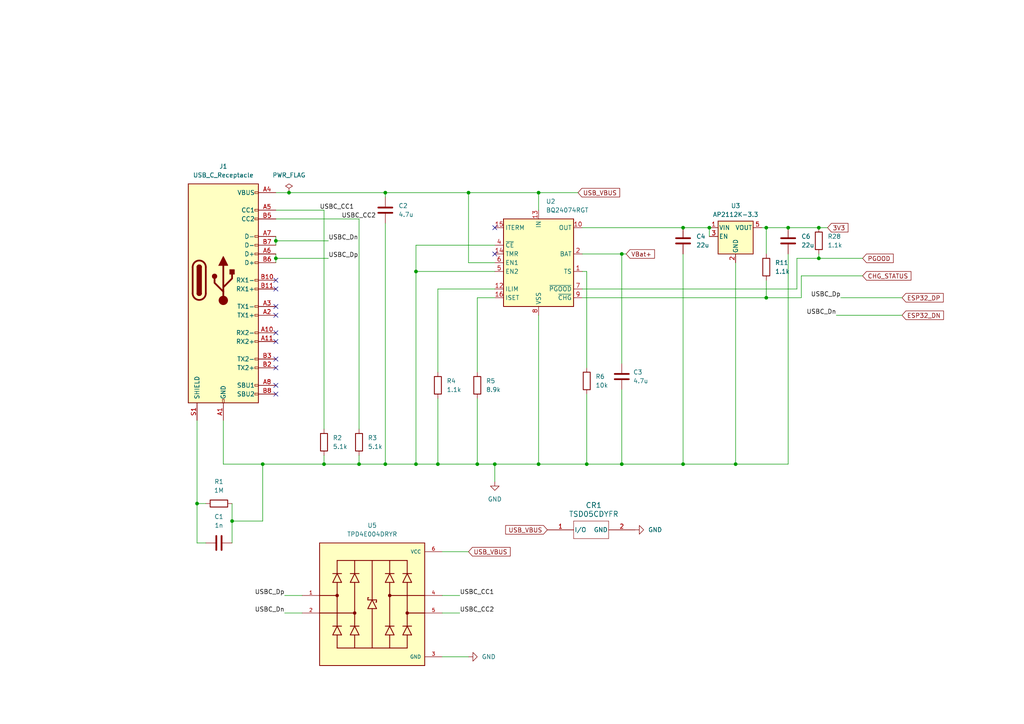
<source format=kicad_sch>
(kicad_sch (version 20250114) (generator "eeschema") (generator_version "9.0")
  (paper "A4")
  (lib_symbols
    (symbol "Battery_Management:BQ24074RGT"
      (property "Reference" "U" (at -8.89 13.97 0))
      (property "Value" "BQ24074RGT" (at 16.51 13.97 0))
      (symbol "BQ24074RGT_0_1"
        (rectangle (start -10.16 12.7) (end 10.16 -12.7) (stroke (width 0.254)) (fill (type background)))
      )
      (symbol "BQ24074RGT_1_1"
        (pin input line (at -12.7 10.16 0) (length 2.54) (name "ITERM") (number "15"))
        (pin input line (at -12.7 5.08 0) (length 2.54) (name "~{CE}") (number "4"))
        (pin input line (at -12.7 2.54 0) (length 2.54) (name "TMR") (number "14"))
        (pin input line (at -12.7 0 0) (length 2.54) (name "EN1") (number "6"))
        (pin input line (at -12.7 -2.54 0) (length 2.54) (name "EN2") (number "5"))
        (pin passive line (at -12.7 -7.62 0) (length 2.54) (name "ILIM") (number "12"))
        (pin passive line (at -12.7 -10.16 0) (length 2.54) (name "ISET") (number "16"))
        (pin power_in line (at 0 15.24 270) (length 2.54) (name "IN") (number "13"))
        (pin passive line (at 0 -15.24 90) (length 2.54) (hide yes) (name "VSS") (number "17"))
        (pin power_in line (at 0 -15.24 90) (length 2.54) (name "VSS") (number "8"))
        (pin power_out line (at 12.7 10.16 180) (length 2.54) (name "OUT") (number "10"))
        (pin passive line (at 12.7 10.16 180) (length 2.54) (hide yes) (name "OUT") (number "11"))
        (pin power_out line (at 12.7 2.54 180) (length 2.54) (name "BAT") (number "2"))
        (pin passive line (at 12.7 2.54 180) (length 2.54) (hide yes) (name "BAT") (number "3"))
        (pin passive line (at 12.7 -2.54 180) (length 2.54) (name "TS") (number "1"))
        (pin open_collector line (at 12.7 -7.62 180) (length 2.54) (name "~{PGOOD}") (number "7"))
        (pin open_collector line (at 12.7 -10.16 180) (length 2.54) (name "~{CHG}") (number "9"))
      )
    )
    (symbol "Connector:USB_C_Receptacle" (pin_names (offset 1.016))
      (property "Reference" "J" (at -10.16 29.21 0))
      (property "Value" "USB_C_Receptacle" (at 10.16 29.21 0))
      (symbol "USB_C_Receptacle_0_0"
        (rectangle (start -0.254 -35.56) (end 0.254 -34.544))
        (rectangle (start 10.16 25.654) (end 9.144 25.146))
        (rectangle (start 10.16 20.574) (end 9.144 20.066))
        (rectangle (start 10.16 18.034) (end 9.144 17.526))
        (rectangle (start 10.16 12.954) (end 9.144 12.446))
        (rectangle (start 10.16 10.414) (end 9.144 9.906))
        (rectangle (start 10.16 7.874) (end 9.144 7.366))
        (rectangle (start 10.16 5.334) (end 9.144 4.826))
        (rectangle (start 10.16 0.254) (end 9.144 -0.254))
        (rectangle (start 10.16 -2.286) (end 9.144 -2.794))
        (rectangle (start 10.16 -7.366) (end 9.144 -7.874))
        (rectangle (start 10.16 -9.906) (end 9.144 -10.414))
        (rectangle (start 10.16 -14.986) (end 9.144 -15.494))
        (rectangle (start 10.16 -17.526) (end 9.144 -18.034))
        (rectangle (start 10.16 -22.606) (end 9.144 -23.114))
        (rectangle (start 10.16 -25.146) (end 9.144 -25.654))
        (rectangle (start 10.16 -30.226) (end 9.144 -30.734))
        (rectangle (start 10.16 -32.766) (end 9.144 -33.274))
      )
      (symbol "USB_C_Receptacle_0_1"
        (rectangle (start -10.16 27.94) (end 10.16 -35.56) (stroke (width 0.254)) (fill (type background)))
        (polyline (pts (xy -8.89 -3.81) (xy -8.89 3.81)) (stroke (width 0.508)))
        (rectangle (start -7.62 -3.81) (end -6.35 3.81) (stroke (width 0.254)) (fill (type outline)))
        (arc (start -7.62 3.81) (mid -6.985 4.4423) (end -6.35 3.81) (stroke (width 0.254)))
        (arc (start -7.62 3.81) (mid -6.985 4.4423) (end -6.35 3.81) (stroke (width 0.254)) (fill (type outline)))
        (arc (start -8.89 3.81) (mid -6.985 5.7067) (end -5.08 3.81) (stroke (width 0.508)))
        (arc (start -5.08 -3.81) (mid -6.985 -5.7067) (end -8.89 -3.81) (stroke (width 0.508)))
        (arc (start -6.35 -3.81) (mid -6.985 -4.4423) (end -7.62 -3.81) (stroke (width 0.254)))
        (arc (start -6.35 -3.81) (mid -6.985 -4.4423) (end -7.62 -3.81) (stroke (width 0.254)) (fill (type outline)))
        (polyline (pts (xy -5.08 3.81) (xy -5.08 -3.81)) (stroke (width 0.508)))
      )
      (symbol "USB_C_Receptacle_1_1"
        (circle (center -2.54 1.143) (radius 0.635) (stroke (width 0.254)) (fill (type outline)))
        (polyline (pts (xy -1.27 4.318) (xy 0 6.858) (xy 1.27 4.318) (xy -1.27 4.318)) (stroke (width 0.254)) (fill (type outline)))
        (polyline (pts (xy 0 -2.032) (xy 2.54 0.508) (xy 2.54 1.778)) (stroke (width 0.508)))
        (polyline (pts (xy 0 -3.302) (xy -2.54 -0.762) (xy -2.54 0.508)) (stroke (width 0.508)))
        (polyline (pts (xy 0 -5.842) (xy 0 4.318)) (stroke (width 0.508)))
        (circle (center 0 -5.842) (radius 1.27) (fill (type outline)))
        (rectangle (start 1.905 1.778) (end 3.175 3.048) (stroke (width 0.254)) (fill (type outline)))
        (pin passive line (at -7.62 -40.64 90) (length 5.08) (name "SHIELD") (number "S1"))
        (pin passive line (at 0 -40.64 90) (length 5.08) (name "GND") (number "A1"))
        (pin passive line (at 0 -40.64 90) (length 5.08) (hide yes) (name "GND") (number "A12"))
        (pin passive line (at 0 -40.64 90) (length 5.08) (hide yes) (name "GND") (number "B1"))
        (pin passive line (at 0 -40.64 90) (length 5.08) (hide yes) (name "GND") (number "B12"))
        (pin passive line (at 15.24 25.4 180) (length 5.08) (name "VBUS") (number "A4"))
        (pin passive line (at 15.24 25.4 180) (length 5.08) (hide yes) (name "VBUS") (number "A9"))
        (pin passive line (at 15.24 25.4 180) (length 5.08) (hide yes) (name "VBUS") (number "B4"))
        (pin passive line (at 15.24 25.4 180) (length 5.08) (hide yes) (name "VBUS") (number "B9"))
        (pin bidirectional line (at 15.24 20.32 180) (length 5.08) (name "CC1") (number "A5"))
        (pin bidirectional line (at 15.24 17.78 180) (length 5.08) (name "CC2") (number "B5"))
        (pin bidirectional line (at 15.24 12.7 180) (length 5.08) (name "D-") (number "A7"))
        (pin bidirectional line (at 15.24 10.16 180) (length 5.08) (name "D-") (number "B7"))
        (pin bidirectional line (at 15.24 7.62 180) (length 5.08) (name "D+") (number "A6"))
        (pin bidirectional line (at 15.24 5.08 180) (length 5.08) (name "D+") (number "B6"))
        (pin bidirectional line (at 15.24 0 180) (length 5.08) (name "RX1-") (number "B10"))
        (pin bidirectional line (at 15.24 -2.54 180) (length 5.08) (name "RX1+") (number "B11"))
        (pin bidirectional line (at 15.24 -7.62 180) (length 5.08) (name "TX1-") (number "A3"))
        (pin bidirectional line (at 15.24 -10.16 180) (length 5.08) (name "TX1+") (number "A2"))
        (pin bidirectional line (at 15.24 -15.24 180) (length 5.08) (name "RX2-") (number "A10"))
        (pin bidirectional line (at 15.24 -17.78 180) (length 5.08) (name "RX2+") (number "A11"))
        (pin bidirectional line (at 15.24 -22.86 180) (length 5.08) (name "TX2-") (number "B3"))
        (pin bidirectional line (at 15.24 -25.4 180) (length 5.08) (name "TX2+") (number "B2"))
        (pin bidirectional line (at 15.24 -30.48 180) (length 5.08) (name "SBU1") (number "A8"))
        (pin bidirectional line (at 15.24 -33.02 180) (length 5.08) (name "SBU2") (number "B8"))
      )
    )
    (symbol "Device:C" (pin_numbers (hide yes)) (pin_names (offset 0.254))
      (property "Reference" "C" (at 0.635 2.54 0))
      (property "Value" "C" (at 0.635 -2.54 0))
      (symbol "C_0_1"
        (polyline (pts (xy -2.032 0.762) (xy 2.032 0.762)) (stroke (width 0.508)))
        (polyline (pts (xy -2.032 -0.762) (xy 2.032 -0.762)) (stroke (width 0.508)))
      )
      (symbol "C_1_1"
        (pin passive line (at 0 3.81 270) (length 2.794) (name "~") (number "1"))
        (pin passive line (at 0 -3.81 90) (length 2.794) (name "~") (number "2"))
      )
    )
    (symbol "Device:R" (pin_numbers (hide yes)) (pin_names (offset 0))
      (property "Reference" "R" (at 2.032 0 90))
      (property "Value" "R" (at 0 0 90))
      (symbol "R_0_1"
        (rectangle (start -1.016 -2.54) (end 1.016 2.54) (stroke (width 0.254)))
      )
      (symbol "R_1_1"
        (pin passive line (at 0 3.81 270) (length 1.27) (name "~") (number "1"))
        (pin passive line (at 0 -3.81 90) (length 1.27) (name "~") (number "2"))
      )
    )
    (symbol "Regulator_Linear:AP2112K-3.3" (pin_names (offset 0.254))
      (property "Reference" "U" (at -5.08 5.715 0))
      (property "Value" "AP2112K-3.3" (at 0 5.715 0))
      (symbol "AP2112K-3.3_0_1"
        (rectangle (start -5.08 4.445) (end 5.08 -5.08) (stroke (width 0.254)) (fill (type background)))
      )
      (symbol "AP2112K-3.3_1_1"
        (pin power_in line (at -7.62 2.54 0) (length 2.54) (name "VIN") (number "1"))
        (pin input line (at -7.62 0 0) (length 2.54) (name "EN") (number "3"))
        (pin power_in line (at 0 -7.62 90) (length 2.54) (name "GND") (number "2"))
        (pin no_connect line (at 5.08 0 180) (length 2.54) (hide yes) (name "NC") (number "4"))
        (pin power_out line (at 7.62 2.54 180) (length 2.54) (name "VOUT") (number "5"))
      )
    )
    (symbol "TPD4E004DRYR:TPD4E004DRYR" (pin_names (offset 1.016))
      (property "Reference" "U" (at -15.24 18.78 0))
      (property "Value" "TPD4E004DRYR" (at -15.24 -21.78 0))
      (symbol "TPD4E004DRYR_0_0"
        (rectangle (start -15.24 -17.78) (end 15.24 17.78) (stroke (width 0.254)) (fill (type background)))
        (polyline (pts (xy -11.43 8.89) (xy -10.16 8.89)) (stroke (width 0.254)))
        (polyline (pts (xy -11.43 6.35) (xy -10.16 6.35)) (stroke (width 0.254)))
        (polyline (pts (xy -11.43 -6.35) (xy -10.16 -6.35)) (stroke (width 0.254)))
        (polyline (pts (xy -11.43 -8.89) (xy -10.16 -8.89)) (stroke (width 0.254)))
        (polyline (pts (xy -10.16 12.7) (xy -5.08 12.7)) (stroke (width 0.254)))
        (polyline (pts (xy -10.16 8.89) (xy -11.43 6.35)) (stroke (width 0.254)))
        (polyline (pts (xy -10.16 8.89) (xy -10.16 12.7)) (stroke (width 0.254)))
        (polyline (pts (xy -10.16 8.89) (xy -8.89 8.89)) (stroke (width 0.254)))
        (polyline (pts (xy -10.16 6.35) (xy -10.16 2.54)) (stroke (width 0.254)))
        (polyline (pts (xy -10.16 6.35) (xy -8.89 6.35)) (stroke (width 0.254)))
        (circle (center -10.16 2.54) (radius 0.25) (stroke (width 0.5)))
        (polyline (pts (xy -10.16 2.54) (xy -15.24 2.54)) (stroke (width 0.254)))
        (polyline (pts (xy -10.16 2.54) (xy -10.16 -6.35)) (stroke (width 0.254)))
        (polyline (pts (xy -10.16 -6.35) (xy -11.43 -8.89)) (stroke (width 0.254)))
        (polyline (pts (xy -10.16 -6.35) (xy -8.89 -6.35)) (stroke (width 0.254)))
        (polyline (pts (xy -10.16 -8.89) (xy -10.16 -12.7)) (stroke (width 0.254)))
        (polyline (pts (xy -10.16 -8.89) (xy -8.89 -8.89)) (stroke (width 0.254)))
        (polyline (pts (xy -10.16 -12.7) (xy -5.08 -12.7)) (stroke (width 0.254)))
        (polyline (pts (xy -8.89 6.35) (xy -10.16 8.89)) (stroke (width 0.254)))
        (polyline (pts (xy -8.89 -8.89) (xy -10.16 -6.35)) (stroke (width 0.254)))
        (polyline (pts (xy -6.35 8.89) (xy -5.08 8.89)) (stroke (width 0.254)))
        (polyline (pts (xy -6.35 6.35) (xy -5.08 6.35)) (stroke (width 0.254)))
        (polyline (pts (xy -6.35 -6.35) (xy -5.08 -6.35)) (stroke (width 0.254)))
        (polyline (pts (xy -6.35 -8.89) (xy -5.08 -8.89)) (stroke (width 0.254)))
        (polyline (pts (xy -5.08 12.7) (xy -5.08 8.89)) (stroke (width 0.254)))
        (polyline (pts (xy -5.08 12.7) (xy 0 12.7)) (stroke (width 0.254)))
        (polyline (pts (xy -5.08 8.89) (xy -6.35 6.35)) (stroke (width 0.254)))
        (polyline (pts (xy -5.08 8.89) (xy -3.81 8.89)) (stroke (width 0.254)))
        (polyline (pts (xy -5.08 6.35) (xy -5.08 -2.54)) (stroke (width 0.254)))
        (polyline (pts (xy -5.08 6.35) (xy -3.81 6.35)) (stroke (width 0.254)))
        (circle (center -5.08 -2.54) (radius 0.25) (stroke (width 0.5)))
        (polyline (pts (xy -5.08 -2.54) (xy -15.24 -2.54)) (stroke (width 0.254)))
        (polyline (pts (xy -5.08 -2.54) (xy -5.08 -6.35)) (stroke (width 0.254)))
        (polyline (pts (xy -5.08 -6.35) (xy -6.35 -8.89)) (stroke (width 0.254)))
        (polyline (pts (xy -5.08 -6.35) (xy -3.81 -6.35)) (stroke (width 0.254)))
        (polyline (pts (xy -5.08 -8.89) (xy -5.08 -12.7)) (stroke (width 0.254)))
        (polyline (pts (xy -5.08 -8.89) (xy -3.81 -8.89)) (stroke (width 0.254)))
        (polyline (pts (xy -5.08 -12.7) (xy 0 -12.7)) (stroke (width 0.254)))
        (polyline (pts (xy -3.81 6.35) (xy -5.08 8.89)) (stroke (width 0.254)))
        (polyline (pts (xy -3.81 -8.89) (xy -5.08 -6.35)) (stroke (width 0.254)))
        (polyline (pts (xy -1.27 1.905) (xy -1.27 1.27)) (stroke (width 0.254)))
        (polyline (pts (xy -1.27 1.905) (xy -1.016 1.905)) (stroke (width 0.254)))
        (polyline (pts (xy -1.27 1.27) (xy 0 1.27)) (stroke (width 0.254)))
        (polyline (pts (xy -1.27 -1.27) (xy 0 -1.27)) (stroke (width 0.254)))
        (polyline (pts (xy 0 12.7) (xy 0 1.27)) (stroke (width 0.254)))
        (polyline (pts (xy 0 12.7) (xy 5.08 12.7)) (stroke (width 0.254)))
        (polyline (pts (xy 0 1.27) (xy -1.27 -1.27)) (stroke (width 0.254)))
        (polyline (pts (xy 0 1.27) (xy 1.27 1.27)) (stroke (width 0.254)))
        (polyline (pts (xy 0 -1.27) (xy 0 -12.7)) (stroke (width 0.254)))
        (polyline (pts (xy 0 -1.27) (xy 1.27 -1.27)) (stroke (width 0.254)))
        (polyline (pts (xy 0 -12.7) (xy 5.08 -12.7)) (stroke (width 0.254)))
        (polyline (pts (xy 1.016 0.635) (xy 1.27 0.635)) (stroke (width 0.254)))
        (polyline (pts (xy 1.27 1.27) (xy 1.27 0.635)) (stroke (width 0.254)))
        (polyline (pts (xy 1.27 -1.27) (xy 0 1.27)) (stroke (width 0.254)))
        (polyline (pts (xy 3.81 8.89) (xy 5.08 8.89)) (stroke (width 0.254)))
        (polyline (pts (xy 3.81 6.35) (xy 5.08 6.35)) (stroke (width 0.254)))
        (polyline (pts (xy 3.81 -6.35) (xy 5.08 -6.35)) (stroke (width 0.254)))
        (polyline (pts (xy 3.81 -8.89) (xy 5.08 -8.89)) (stroke (width 0.254)))
        (polyline (pts (xy 5.08 12.7) (xy 10.16 12.7)) (stroke (width 0.254)))
        (polyline (pts (xy 5.08 8.89) (xy 3.81 6.35)) (stroke (width 0.254)))
        (polyline (pts (xy 5.08 8.89) (xy 5.08 12.7)) (stroke (width 0.254)))
        (polyline (pts (xy 5.08 8.89) (xy 6.35 8.89)) (stroke (width 0.254)))
        (polyline (pts (xy 5.08 6.35) (xy 5.08 2.54)) (stroke (width 0.254)))
        (polyline (pts (xy 5.08 6.35) (xy 6.35 6.35)) (stroke (width 0.254)))
        (polyline (pts (xy 5.08 2.54) (xy 5.08 -6.35)) (stroke (width 0.254)))
        (polyline (pts (xy 5.08 2.54) (xy 15.24 2.54)) (stroke (width 0.254)))
        (circle (center 5.08 2.54) (radius 0.25) (stroke (width 0.5)))
        (polyline (pts (xy 5.08 -6.35) (xy 3.81 -8.89)) (stroke (width 0.254)))
        (polyline (pts (xy 5.08 -6.35) (xy 6.35 -6.35)) (stroke (width 0.254)))
        (polyline (pts (xy 5.08 -8.89) (xy 5.08 -12.7)) (stroke (width 0.254)))
        (polyline (pts (xy 5.08 -8.89) (xy 6.35 -8.89)) (stroke (width 0.254)))
        (polyline (pts (xy 5.08 -12.7) (xy 10.16 -12.7)) (stroke (width 0.254)))
        (polyline (pts (xy 6.35 6.35) (xy 5.08 8.89)) (stroke (width 0.254)))
        (polyline (pts (xy 6.35 -8.89) (xy 5.08 -6.35)) (stroke (width 0.254)))
        (polyline (pts (xy 8.89 8.89) (xy 10.16 8.89)) (stroke (width 0.254)))
        (polyline (pts (xy 8.89 6.35) (xy 10.16 6.35)) (stroke (width 0.254)))
        (polyline (pts (xy 8.89 -6.35) (xy 10.16 -6.35)) (stroke (width 0.254)))
        (polyline (pts (xy 8.89 -8.89) (xy 10.16 -8.89)) (stroke (width 0.254)))
        (polyline (pts (xy 10.16 12.7) (xy 10.16 8.89)) (stroke (width 0.254)))
        (polyline (pts (xy 10.16 8.89) (xy 8.89 6.35)) (stroke (width 0.254)))
        (polyline (pts (xy 10.16 8.89) (xy 11.43 8.89)) (stroke (width 0.254)))
        (polyline (pts (xy 10.16 6.35) (xy 10.16 -2.54)) (stroke (width 0.254)))
        (polyline (pts (xy 10.16 6.35) (xy 11.43 6.35)) (stroke (width 0.254)))
        (polyline (pts (xy 10.16 -2.54) (xy 10.16 -6.35)) (stroke (width 0.254)))
        (polyline (pts (xy 10.16 -2.54) (xy 15.24 -2.54)) (stroke (width 0.254)))
        (circle (center 10.16 -2.54) (radius 0.25) (stroke (width 0.5)))
        (polyline (pts (xy 10.16 -6.35) (xy 8.89 -8.89)) (stroke (width 0.254)))
        (polyline (pts (xy 10.16 -6.35) (xy 11.43 -6.35)) (stroke (width 0.254)))
        (polyline (pts (xy 10.16 -8.89) (xy 11.43 -8.89)) (stroke (width 0.254)))
        (polyline (pts (xy 10.16 -12.7) (xy 10.16 -8.89)) (stroke (width 0.254)))
        (polyline (pts (xy 11.43 6.35) (xy 10.16 8.89)) (stroke (width 0.254)))
        (polyline (pts (xy 11.43 -8.89) (xy 10.16 -6.35)) (stroke (width 0.254)))
        (pin bidirectional line (at -20.32 2.54 0) (length 5.08) (name "~") (number "1"))
        (pin bidirectional line (at -20.32 -2.54 0) (length 5.08) (name "~") (number "2"))
        (pin power_in line (at 20.32 15.24 180) (length 5.08) (name "VCC") (number "6"))
        (pin bidirectional line (at 20.32 2.54 180) (length 5.08) (name "~") (number "4"))
        (pin bidirectional line (at 20.32 -2.54 180) (length 5.08) (name "~") (number "5"))
        (pin power_in line (at 20.32 -15.24 180) (length 5.08) (name "GND") (number "3"))
      )
    )
    (symbol "TSD05CDYFR:TSD05CDYFR" (pin_names (offset 0.254))
      (property "Reference" "CR1" (at 13.462 9.652 0))
      (property "Value" "TSD05CDYFR" (at 13.462 7.112 0))
      (symbol "TSD05CDYFR_0_1"
        (polyline (pts (xy 7.62 5.08) (xy 7.62 0)) (stroke (width 0.127)))
        (polyline (pts (xy 7.62 0) (xy 17.78 0)) (stroke (width 0.127)))
        (polyline (pts (xy 17.78 5.08) (xy 7.62 5.08)) (stroke (width 0.127)))
        (polyline (pts (xy 17.78 0) (xy 17.78 5.08)) (stroke (width 0.127)))
        (pin unspecified line (at 0 2.54 0) (length 7.62) (name "I/O") (number "1"))
        (pin unspecified line (at 25.4 2.54 180) (length 7.62) (name "GND") (number "2"))
      )
    )
    (symbol "power:GND" (power) (pin_numbers (hide yes)) (pin_names (offset 0) (hide yes))
      (property "Value" "GND" (at 0 -3.81 0))
      (symbol "GND_0_1"
        (polyline (pts (xy 0 0) (xy 0 -1.27) (xy 1.27 -1.27) (xy 0 -2.54) (xy -1.27 -1.27) (xy 0 -1.27)))
      )
      (symbol "GND_1_1"
        (pin power_in line (at 0 0 270) (length 0) (name "~") (number "1"))
      )
    )
    (symbol "power:PWR_FLAG" (power) (pin_numbers (hide yes)) (pin_names (offset 0) (hide yes))
      (property "Value" "PWR_FLAG" (at 0 3.81 0))
      (symbol "PWR_FLAG_0_0"
        (pin power_out line (at 0 0 90) (length 0) (name "~") (number "1"))
      )
      (symbol "PWR_FLAG_0_1"
        (polyline (pts (xy 0 0) (xy 0 1.27) (xy -1.016 1.905) (xy 0 2.54) (xy 1.016 1.905) (xy 0 1.27)))
      )
    )
  )
  (junction (at 135.89 55.88))
  (junction (at 213.36 134.62))
  (junction (at 80.01 74.93))
  (junction (at 222.25 66.04))
  (junction (at 83.82 55.88))
  (junction (at 127 134.62))
  (junction (at 205.74 66.04))
  (junction (at 111.76 134.62))
  (junction (at 120.65 78.74))
  (junction (at 198.12 66.04))
  (junction (at 143.51 134.62))
  (junction (at 57.15 146.05))
  (junction (at 156.21 134.62))
  (junction (at 237.49 66.04))
  (junction (at 228.6 66.04))
  (junction (at 93.98 134.62))
  (junction (at 222.25 86.36))
  (junction (at 198.12 134.62))
  (junction (at 67.31 151.13))
  (junction (at 237.49 74.93))
  (junction (at 180.34 73.66))
  (junction (at 80.01 69.85))
  (junction (at 180.34 134.62))
  (junction (at 120.65 134.62))
  (junction (at 76.2 134.62))
  (junction (at 111.76 55.88))
  (junction (at 138.43 134.62))
  (junction (at 104.14 134.62))
  (junction (at 170.18 134.62))
  (junction (at 156.21 55.88))
  (no_connect (at 80.01 83.82))
  (no_connect (at 80.01 111.76))
  (no_connect (at 143.51 73.66))
  (no_connect (at 80.01 88.9))
  (no_connect (at 80.01 96.52))
  (no_connect (at 80.01 114.3))
  (no_connect (at 143.51 66.04))
  (no_connect (at 80.01 99.06))
  (no_connect (at 80.01 81.28))
  (no_connect (at 80.01 104.14))
  (no_connect (at 80.01 106.68))
  (no_connect (at 80.01 91.44))
  (wire (pts (xy 82.55 172.72) (xy 87.63 172.72)))
  (wire (pts (xy 138.43 134.62) (xy 143.51 134.62)))
  (wire (pts (xy 120.65 71.12) (xy 120.65 78.74)))
  (wire (pts (xy 57.15 121.92) (xy 57.15 146.05)))
  (wire (pts (xy 232.41 80.01) (xy 232.41 86.36)))
  (wire (pts (xy 220.98 66.04) (xy 222.25 66.04)))
  (wire (pts (xy 128.27 177.8) (xy 133.35 177.8)))
  (wire (pts (xy 120.65 78.74) (xy 120.65 134.62)))
  (wire (pts (xy 240.03 66.04) (xy 237.49 66.04)))
  (wire (pts (xy 242.57 91.44) (xy 261.62 91.44)))
  (wire (pts (xy 80.01 69.85) (xy 95.25 69.85)))
  (wire (pts (xy 128.27 160.02) (xy 135.89 160.02)))
  (wire (pts (xy 67.31 146.05) (xy 67.31 151.13)))
  (wire (pts (xy 222.25 66.04) (xy 222.25 73.66)))
  (wire (pts (xy 120.65 78.74) (xy 143.51 78.74)))
  (wire (pts (xy 67.31 151.13) (xy 76.2 151.13)))
  (wire (pts (xy 111.76 134.62) (xy 120.65 134.62)))
  (wire (pts (xy 104.14 134.62) (xy 111.76 134.62)))
  (wire (pts (xy 156.21 134.62) (xy 143.51 134.62)))
  (wire (pts (xy 205.74 66.04) (xy 205.74 68.58)))
  (wire (pts (xy 156.21 134.62) (xy 170.18 134.62)))
  (wire (pts (xy 198.12 73.66) (xy 198.12 134.62)))
  (wire (pts (xy 76.2 151.13) (xy 76.2 134.62)))
  (wire (pts (xy 143.51 71.12) (xy 120.65 71.12)))
  (wire (pts (xy 180.34 113.03) (xy 180.34 134.62)))
  (wire (pts (xy 127 115.57) (xy 127 134.62)))
  (wire (pts (xy 180.34 134.62) (xy 198.12 134.62)))
  (wire (pts (xy 104.14 132.08) (xy 104.14 134.62)))
  (wire (pts (xy 213.36 76.2) (xy 213.36 134.62)))
  (wire (pts (xy 168.91 78.74) (xy 170.18 78.74)))
  (wire (pts (xy 111.76 55.88) (xy 111.76 57.15)))
  (wire (pts (xy 198.12 66.04) (xy 205.74 66.04)))
  (wire (pts (xy 143.51 139.7) (xy 143.51 134.62)))
  (wire (pts (xy 83.82 55.88) (xy 111.76 55.88)))
  (wire (pts (xy 64.77 121.92) (xy 64.77 134.62)))
  (wire (pts (xy 237.49 73.66) (xy 237.49 74.93)))
  (wire (pts (xy 213.36 134.62) (xy 198.12 134.62)))
  (wire (pts (xy 168.91 73.66) (xy 180.34 73.66)))
  (wire (pts (xy 143.51 83.82) (xy 127 83.82)))
  (wire (pts (xy 243.84 86.36) (xy 261.62 86.36)))
  (wire (pts (xy 228.6 73.66) (xy 228.6 134.62)))
  (wire (pts (xy 135.89 55.88) (xy 156.21 55.88)))
  (wire (pts (xy 170.18 78.74) (xy 170.18 106.68)))
  (wire (pts (xy 104.14 124.46) (xy 104.14 63.5)))
  (wire (pts (xy 80.01 60.96) (xy 93.98 60.96)))
  (wire (pts (xy 180.34 73.66) (xy 180.34 105.41)))
  (wire (pts (xy 64.77 134.62) (xy 76.2 134.62)))
  (wire (pts (xy 143.51 86.36) (xy 138.43 86.36)))
  (wire (pts (xy 80.01 74.93) (xy 80.01 76.2)))
  (wire (pts (xy 57.15 146.05) (xy 59.69 146.05)))
  (wire (pts (xy 156.21 60.96) (xy 156.21 55.88)))
  (wire (pts (xy 93.98 60.96) (xy 93.98 124.46)))
  (wire (pts (xy 250.19 74.93) (xy 237.49 74.93)))
  (wire (pts (xy 80.01 74.93) (xy 95.25 74.93)))
  (wire (pts (xy 170.18 114.3) (xy 170.18 134.62)))
  (wire (pts (xy 222.25 66.04) (xy 228.6 66.04)))
  (wire (pts (xy 156.21 55.88) (xy 167.64 55.88)))
  (wire (pts (xy 93.98 134.62) (xy 104.14 134.62)))
  (wire (pts (xy 135.89 76.2) (xy 135.89 55.88)))
  (wire (pts (xy 80.01 73.66) (xy 80.01 74.93)))
  (wire (pts (xy 80.01 69.85) (xy 80.01 71.12)))
  (wire (pts (xy 57.15 157.48) (xy 59.69 157.48)))
  (wire (pts (xy 213.36 134.62) (xy 228.6 134.62)))
  (wire (pts (xy 76.2 134.62) (xy 93.98 134.62)))
  (wire (pts (xy 232.41 86.36) (xy 222.25 86.36)))
  (wire (pts (xy 67.31 151.13) (xy 67.31 157.48)))
  (wire (pts (xy 57.15 146.05) (xy 57.15 157.48)))
  (wire (pts (xy 80.01 55.88) (xy 83.82 55.88)))
  (wire (pts (xy 168.91 66.04) (xy 198.12 66.04)))
  (wire (pts (xy 180.34 73.66) (xy 181.61 73.66)))
  (wire (pts (xy 127 83.82) (xy 127 107.95)))
  (wire (pts (xy 143.51 76.2) (xy 135.89 76.2)))
  (wire (pts (xy 180.34 134.62) (xy 170.18 134.62)))
  (wire (pts (xy 250.19 80.01) (xy 232.41 80.01)))
  (wire (pts (xy 128.27 190.5) (xy 135.89 190.5)))
  (wire (pts (xy 138.43 86.36) (xy 138.43 107.95)))
  (wire (pts (xy 156.21 91.44) (xy 156.21 134.62)))
  (wire (pts (xy 111.76 64.77) (xy 111.76 134.62)))
  (wire (pts (xy 80.01 63.5) (xy 104.14 63.5)))
  (wire (pts (xy 168.91 86.36) (xy 222.25 86.36)))
  (wire (pts (xy 231.14 83.82) (xy 168.91 83.82)))
  (wire (pts (xy 111.76 55.88) (xy 135.89 55.88)))
  (wire (pts (xy 82.55 177.8) (xy 87.63 177.8)))
  (wire (pts (xy 231.14 74.93) (xy 231.14 83.82)))
  (wire (pts (xy 237.49 74.93) (xy 231.14 74.93)))
  (wire (pts (xy 222.25 81.28) (xy 222.25 86.36)))
  (wire (pts (xy 237.49 66.04) (xy 228.6 66.04)))
  (wire (pts (xy 80.01 68.58) (xy 80.01 69.85)))
  (wire (pts (xy 138.43 115.57) (xy 138.43 134.62)))
  (wire (pts (xy 128.27 172.72) (xy 133.35 172.72)))
  (wire (pts (xy 120.65 134.62) (xy 127 134.62)))
  (wire (pts (xy 127 134.62) (xy 138.43 134.62)))
  (wire (pts (xy 93.98 132.08) (xy 93.98 134.62)))
  (label "USBC_Dn" (at 82.55 177.8 180))
  (label "USBC_CC2" (at 99.06 63.5 0))
  (label "USBC_Dp" (at 82.55 172.72 180))
  (label "USBC_Dp" (at 243.84 86.36 180))
  (label "USBC_CC1" (at 92.71 60.96 0))
  (label "USBC_CC1" (at 133.35 172.72 0))
  (label "USBC_Dp" (at 95.25 74.93 0))
  (label "USBC_Dn" (at 95.25 69.85 0))
  (label "USBC_CC2" (at 133.35 177.8 0))
  (label "USBC_Dn" (at 242.57 91.44 180))
  (global_label "ESP32_DP" (shape input) (at 261.62 86.36 0) (property "Intersheetrefs" "${INTERSHEET_REFS}" (effects (hide yes))))
  (global_label "PGOOD" (shape input) (at 250.19 74.93 0) (property "Intersheetrefs" "${INTERSHEET_REFS}" (effects (hide yes))))
  (global_label "ESP32_DN" (shape input) (at 261.62 91.44 0) (property "Intersheetrefs" "${INTERSHEET_REFS}" (effects (hide yes))))
  (global_label "USB_VBUS" (shape input) (at 167.64 55.88 0) (property "Intersheetrefs" "${INTERSHEET_REFS}" (effects (hide yes))))
  (global_label "USB_VBUS" (shape input) (at 135.89 160.02 0) (property "Intersheetrefs" "${INTERSHEET_REFS}" (effects (hide yes))))
  (global_label "VBat+" (shape input) (at 181.61 73.66 0) (property "Intersheetrefs" "${INTERSHEET_REFS}" (effects (hide yes))))
  (global_label "3V3" (shape input) (at 240.03 66.04 0) (property "Intersheetrefs" "${INTERSHEET_REFS}" (effects (hide yes))))
  (global_label "CHG_STATUS" (shape input) (at 250.19 80.01 0) (property "Intersheetrefs" "${INTERSHEET_REFS}" (effects (hide yes))))
  (global_label "USB_VBUS" (shape input) (at 158.75 153.67 180) (property "Intersheetrefs" "${INTERSHEET_REFS}" (effects (hide yes))))
  (symbol (lib_id "Device:R") (at 93.98 128.27 0) (unit 1)
    (property "Reference" "R2" (at 96.52 126.9999 0) (effects (justify left)))
    (property "Value" "5.1k" (at 96.52 129.5399 0) (effects (justify left)))
    (property "Footprint" "Resistor_SMD:R_0805_2012Metric_Pad1.20x1.40mm_HandSolder" (effects (hide yes)))
    (property "Description" "Resistor" (effects (hide yes)))
  )
  (symbol (lib_id "Device:C") (at 180.34 109.22 0) (unit 1)
    (property "Reference" "C3" (at 183.642 107.95 0) (effects (justify left)))
    (property "Value" "4.7u" (at 183.642 110.49 0) (effects (justify left)))
    (property "Footprint" "Capacitor_SMD:C_0805_2012Metric_Pad1.18x1.45mm_HandSolder" (effects (hide yes)))
    (property "Description" "Unpolarized capacitor" (effects (hide yes)))
  )
  (symbol (lib_id "Device:C") (at 111.76 60.96 0) (unit 1)
    (property "Reference" "C2" (at 115.57 59.6899 0) (effects (justify left)))
    (property "Value" "4.7u" (at 115.57 62.2299 0) (effects (justify left)))
    (property "Footprint" "Capacitor_SMD:C_0805_2012Metric_Pad1.18x1.45mm_HandSolder" (effects (hide yes)))
    (property "Description" "Unpolarized capacitor" (effects (hide yes)))
  )
  (symbol (lib_id "Battery_Management:BQ24074RGT") (at 156.21 76.2 0) (unit 1)
    (property "Reference" "U2" (at 158.3533 58.42 0) (effects (justify left)))
    (property "Value" "BQ24074RGT" (at 158.3533 60.96 0) (effects (justify left)))
    (property "Footprint" "Package_DFN_QFN:VQFN-16-1EP_3x3mm_P0.5mm_EP1.6x1.6mm" (effects (hide yes)))
    (property "Datasheet" "http://www.ti.com/lit/ds/symlink/bq24074.pdf" (effects (hide yes)))
    (property "Description" "USB-Friendly Li-Ion Battery Charger and Power-Path Management, VQFN-16" (effects (hide yes)))
  )
  (symbol (lib_id "Device:R") (at 138.43 111.76 0) (unit 1)
    (property "Reference" "R5" (at 140.97 110.4899 0) (effects (justify left)))
    (property "Value" "8.9k" (at 140.97 113.0299 0) (effects (justify left)))
    (property "Footprint" "Resistor_SMD:R_0805_2012Metric_Pad1.20x1.40mm_HandSolder" (effects (hide yes)))
    (property "Description" "Resistor" (effects (hide yes)))
  )
  (symbol (lib_id "Connector:USB_C_Receptacle") (at 64.77 81.28 0) (unit 1)
    (property "Reference" "J1" (at 64.77 48.26 0))
    (property "Value" "USB_C_Receptacle" (at 64.77 50.8 0))
    (property "Footprint" "Connector_USB:USB_C_Receptacle_Amphenol_12401610E4-2A" (effects (hide yes)))
    (property "Datasheet" "https://www.usb.org/sites/default/files/documents/usb_type-c.zip" (effects (hide yes)))
    (property "Description" "USB Full-Featured Type-C Receptacle connector" (effects (hide yes)))
  )
  (symbol (lib_id "TPD4E004DRYR:TPD4E004DRYR") (at 107.95 175.26 0) (unit 1)
    (property "Reference" "U5" (at 107.95 152.4 0))
    (property "Value" "TPD4E004DRYR" (at 107.95 154.94 0))
    (property "Footprint" "TPD4E004DRYR:PSON50P145X100X60-6N" (effects (hide yes)))
    (property "PARTREV" "C" (effects (hide yes)))
    (property "STANDARD" "IPC 7351B" (effects (hide yes)))
    (property "MAXIMUM_PACKAGE_HEIGHT" "0.6mm" (effects (hide yes)))
    (property "MANUFACTURER" "Texas Instruments" (effects (hide yes)))
  )
  (symbol (lib_id "power:GND") (at 143.51 139.7 0) (unit 1)
    (property "Reference" "#PWR04" (effects (hide yes)))
    (property "Value" "GND" (at 143.51 144.78 0))
    (property "Description" "Power symbol creates a global label with name \"GND\" , ground" (effects (hide yes)))
  )
  (symbol (lib_id "power:PWR_FLAG") (at 83.82 55.88 0) (unit 1)
    (property "Reference" "#FLG01" (effects (hide yes)))
    (property "Value" "PWR_FLAG" (at 83.82 50.8 0))
    (property "Description" "Special symbol for telling ERC where power comes from" (effects (hide yes)))
  )
  (symbol (lib_id "Regulator_Linear:AP2112K-3.3") (at 213.36 68.58 0) (unit 1)
    (property "Reference" "U3" (at 213.36 59.69 0))
    (property "Value" "AP2112K-3.3" (at 213.36 62.23 0))
    (property "Footprint" "Package_TO_SOT_SMD:SOT-23-5_HandSoldering" (effects (hide yes)))
    (property "Datasheet" "https://www.diodes.com/assets/Datasheets/AP2112.pdf" (effects (hide yes)))
    (property "Description" "600mA low dropout linear regulator, with enable pin, 3.8V-6V input voltage range, 3.3V fixed positive output, SOT-23-5" (effects (hide yes)))
  )
  (symbol (lib_id "power:GND") (at 135.89 190.5 90) (unit 1)
    (property "Reference" "#PWR02" (effects (hide yes)))
    (property "Value" "GND" (at 139.7 190.4999 90) (effects (justify right)))
    (property "Description" "Power symbol creates a global label with name \"GND\" , ground" (effects (hide yes)))
  )
  (symbol (lib_id "Device:R") (at 237.49 69.85 180) (unit 1)
    (property "Reference" "R28" (at 240.03 68.5799 0) (effects (justify right)))
    (property "Value" "1.1k" (at 240.03 71.1199 0) (effects (justify right)))
    (property "Footprint" "Resistor_SMD:R_0805_2012Metric_Pad1.20x1.40mm_HandSolder" (effects (hide yes)))
    (property "Description" "Resistor" (effects (hide yes)))
  )
  (symbol (lib_id "Device:C") (at 63.5 157.48 90) (unit 1)
    (property "Reference" "C1" (at 63.5 149.86 90))
    (property "Value" "1n" (at 63.5 152.4 90))
    (property "Footprint" "Capacitor_SMD:C_0805_2012Metric_Pad1.18x1.45mm_HandSolder" (effects (hide yes)))
    (property "Description" "Unpolarized capacitor" (effects (hide yes)))
  )
  (symbol (lib_id "Device:R") (at 170.18 110.49 0) (unit 1)
    (property "Reference" "R6" (at 172.72 109.2199 0) (effects (justify left)))
    (property "Value" "10k" (at 172.72 111.7599 0) (effects (justify left)))
    (property "Footprint" "Resistor_SMD:R_0805_2012Metric_Pad1.20x1.40mm_HandSolder" (effects (hide yes)))
    (property "Description" "Resistor" (effects (hide yes)))
  )
  (symbol (lib_id "Device:C") (at 198.12 69.85 0) (unit 1)
    (property "Reference" "C4" (at 201.93 68.5799 0) (effects (justify left)))
    (property "Value" "22u" (at 201.93 71.1199 0) (effects (justify left)))
    (property "Footprint" "Capacitor_SMD:C_0805_2012Metric_Pad1.18x1.45mm_HandSolder" (effects (hide yes)))
    (property "Description" "Unpolarized capacitor" (effects (hide yes)))
  )
  (symbol (lib_id "Device:C") (at 228.6 69.85 0) (unit 1)
    (property "Reference" "C6" (at 232.41 68.5799 0) (effects (justify left)))
    (property "Value" "22u" (at 232.41 71.1199 0) (effects (justify left)))
    (property "Footprint" "Capacitor_SMD:C_0805_2012Metric_Pad1.18x1.45mm_HandSolder" (effects (hide yes)))
    (property "Description" "Unpolarized capacitor" (effects (hide yes)))
  )
  (symbol (lib_id "Device:R") (at 222.25 77.47 180) (unit 1)
    (property "Reference" "R11" (at 224.79 76.1999 0) (effects (justify right)))
    (property "Value" "1.1k" (at 224.79 78.7399 0) (effects (justify right)))
    (property "Footprint" "Resistor_SMD:R_0805_2012Metric_Pad1.20x1.40mm_HandSolder" (effects (hide yes)))
    (property "Description" "Resistor" (effects (hide yes)))
  )
  (symbol (lib_id "power:GND") (at 184.15 153.67 90) (unit 1)
    (property "Reference" "#PWR03" (effects (hide yes)))
    (property "Value" "GND" (at 187.96 153.6699 90) (effects (justify right)))
    (property "Description" "Power symbol creates a global label with name \"GND\" , ground" (effects (hide yes)))
  )
  (symbol (lib_id "Device:R") (at 127 111.76 0) (unit 1)
    (property "Reference" "R4" (at 129.54 110.4899 0) (effects (justify left)))
    (property "Value" "1.1k" (at 129.54 113.0299 0) (effects (justify left)))
    (property "Footprint" "Resistor_SMD:R_0805_2012Metric_Pad1.20x1.40mm_HandSolder" (effects (hide yes)))
    (property "Description" "Resistor" (effects (hide yes)))
  )
  (symbol (lib_id "Device:R") (at 63.5 146.05 270) (unit 1)
    (property "Reference" "R1" (at 63.5 139.7 90))
    (property "Value" "1M" (at 63.5 142.24 90))
    (property "Footprint" "Resistor_SMD:R_0805_2012Metric_Pad1.20x1.40mm_HandSolder" (effects (hide yes)))
    (property "Description" "Resistor" (effects (hide yes)))
  )
  (symbol (lib_id "Device:R") (at 104.14 128.27 0) (unit 1)
    (property "Reference" "R3" (at 106.68 126.9999 0) (effects (justify left)))
    (property "Value" "5.1k" (at 106.68 129.5399 0) (effects (justify left)))
    (property "Footprint" "Resistor_SMD:R_0805_2012Metric_Pad1.20x1.40mm_HandSolder" (effects (hide yes)))
    (property "Description" "Resistor" (effects (hide yes)))
  )
  (symbol (lib_id "TSD05CDYFR:TSD05CDYFR") (at 158.75 156.21 0) (unit 1)
    (property "Reference" "CR1" (at 172.212 146.558 0) (effects (font (size 1.524 1.524))))
    (property "Value" "TSD05CDYFR" (at 172.212 149.098 0) (effects (font (size 1.524 1.524))))
    (property "Footprint" "footprints:TVS_SOD2_DYF_TEX-M" (effects (hide yes)))
    (property "Datasheet" "https://www.ti.com/lit/gpn/tsd05c" (effects (hide yes)))
  )
)
</source>
